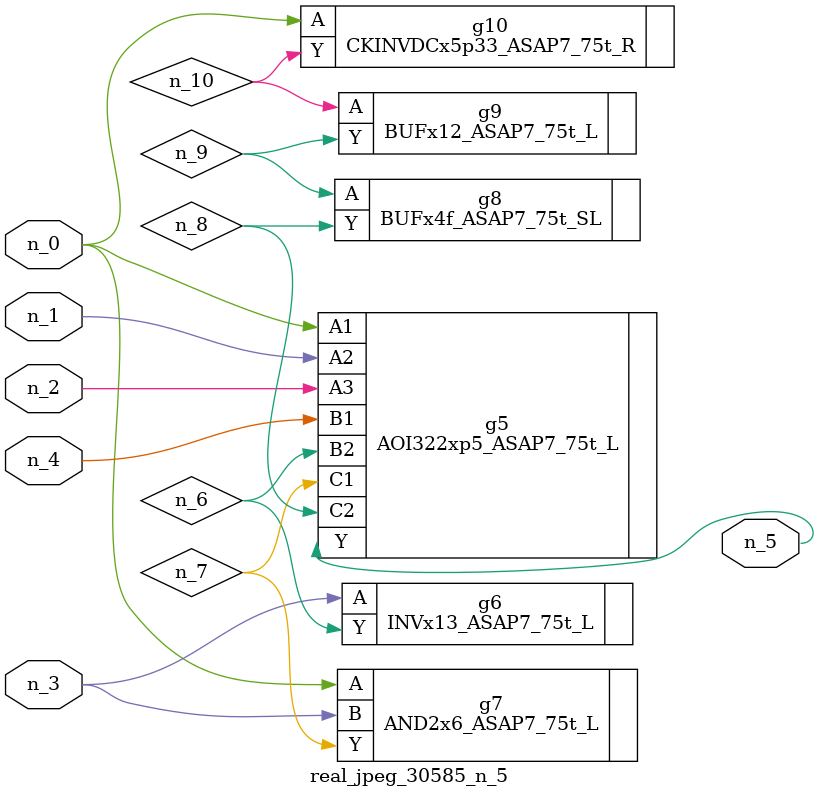
<source format=v>
module real_jpeg_30585_n_5 (n_4, n_0, n_1, n_2, n_3, n_5);

input n_4;
input n_0;
input n_1;
input n_2;
input n_3;

output n_5;

wire n_8;
wire n_6;
wire n_7;
wire n_10;
wire n_9;

AOI322xp5_ASAP7_75t_L g5 ( 
.A1(n_0),
.A2(n_1),
.A3(n_2),
.B1(n_4),
.B2(n_6),
.C1(n_7),
.C2(n_8),
.Y(n_5)
);

AND2x6_ASAP7_75t_L g7 ( 
.A(n_0),
.B(n_3),
.Y(n_7)
);

CKINVDCx5p33_ASAP7_75t_R g10 ( 
.A(n_0),
.Y(n_10)
);

INVx13_ASAP7_75t_L g6 ( 
.A(n_3),
.Y(n_6)
);

BUFx4f_ASAP7_75t_SL g8 ( 
.A(n_9),
.Y(n_8)
);

BUFx12_ASAP7_75t_L g9 ( 
.A(n_10),
.Y(n_9)
);


endmodule
</source>
